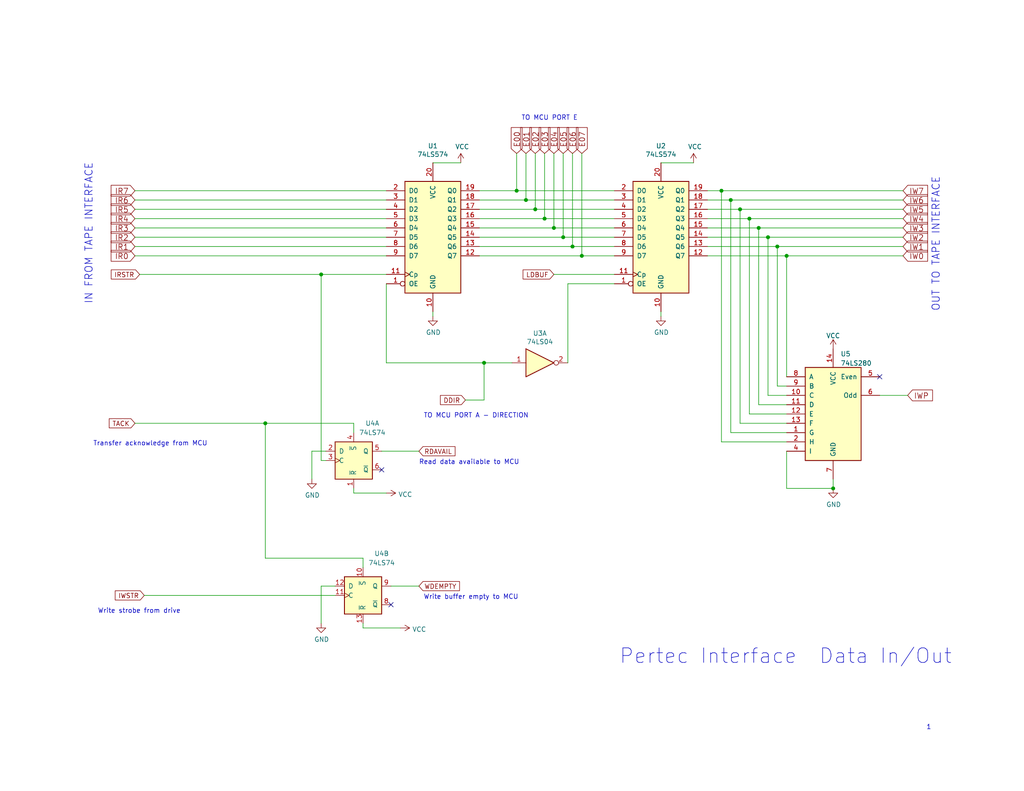
<source format=kicad_sch>
(kicad_sch (version 20211123) (generator eeschema)
  (paper "A")
  (title_block (title "Pertec Controller - Data transfer") (date "2022-10-12") (rev "0.2"))
  (lib_symbols
    (symbol "74xx:74LS04"
      (property "Reference" "U" (at 0 1.27 0))
      (property "Value" "74LS04" (at 0 -1.27 0))
      (symbol "74LS04_1_0"
        (polyline (pts (xy -3.81 3.81) (xy -3.81 -3.81) (xy 3.81 0) (xy -3.81 3.81)) (stroke (width 0.254)) (fill (type background)))
        (pin input line (at -7.62 0 0) (length 3.81) (name "~") (number "1"))
        (pin output inverted (at 7.62 0 180) (length 3.81) (name "~") (number "2"))
      )
      (symbol "74LS04_2_0"
        (polyline (pts (xy -3.81 3.81) (xy -3.81 -3.81) (xy 3.81 0) (xy -3.81 3.81)) (stroke (width 0.254)) (fill (type background)))
        (pin input line (at -7.62 0 0) (length 3.81) (name "~") (number "3"))
        (pin output inverted (at 7.62 0 180) (length 3.81) (name "~") (number "4"))
      )
      (symbol "74LS04_3_0"
        (polyline (pts (xy -3.81 3.81) (xy -3.81 -3.81) (xy 3.81 0) (xy -3.81 3.81)) (stroke (width 0.254)) (fill (type background)))
        (pin input line (at -7.62 0 0) (length 3.81) (name "~") (number "5"))
        (pin output inverted (at 7.62 0 180) (length 3.81) (name "~") (number "6"))
      )
      (symbol "74LS04_4_0"
        (polyline (pts (xy -3.81 3.81) (xy -3.81 -3.81) (xy 3.81 0) (xy -3.81 3.81)) (stroke (width 0.254)) (fill (type background)))
        (pin output inverted (at 7.62 0 180) (length 3.81) (name "~") (number "8"))
        (pin input line (at -7.62 0 0) (length 3.81) (name "~") (number "9"))
      )
      (symbol "74LS04_5_0"
        (polyline (pts (xy -3.81 3.81) (xy -3.81 -3.81) (xy 3.81 0) (xy -3.81 3.81)) (stroke (width 0.254)) (fill (type background)))
        (pin output inverted (at 7.62 0 180) (length 3.81) (name "~") (number "10"))
        (pin input line (at -7.62 0 0) (length 3.81) (name "~") (number "11"))
      )
      (symbol "74LS04_6_0"
        (polyline (pts (xy -3.81 3.81) (xy -3.81 -3.81) (xy 3.81 0) (xy -3.81 3.81)) (stroke (width 0.254)) (fill (type background)))
        (pin output inverted (at 7.62 0 180) (length 3.81) (name "~") (number "12"))
        (pin input line (at -7.62 0 0) (length 3.81) (name "~") (number "13"))
      )
      (symbol "74LS04_7_0"
        (pin power_in line (at 0 12.7 270) (length 5.08) (name "VCC") (number "14"))
        (pin power_in line (at 0 -12.7 90) (length 5.08) (name "GND") (number "7"))
      )
      (symbol "74LS04_7_1"
        (rectangle (start -5.08 7.62) (end 5.08 -7.62) (stroke (width 0.254)) (fill (type background)))
      )
    )
    (symbol "74xx:74LS280" (pin_names (offset 1.016))
      (property "Reference" "U" (at -7.62 13.97 0))
      (property "Value" "74LS280" (at -7.62 -13.97 0))
      (symbol "74LS280_1_0"
        (pin input line (at -12.7 -5.08 0) (length 5.08) (name "G") (number "1"))
        (pin input line (at -12.7 5.08 0) (length 5.08) (name "C") (number "10"))
        (pin input line (at -12.7 2.54 0) (length 5.08) (name "D") (number "11"))
        (pin input line (at -12.7 0 0) (length 5.08) (name "E") (number "12"))
        (pin input line (at -12.7 -2.54 0) (length 5.08) (name "F") (number "13"))
        (pin power_in line (at 0 17.78 270) (length 5.08) (name "VCC") (number "14"))
        (pin input line (at -12.7 -7.62 0) (length 5.08) (name "H") (number "2"))
        (pin input line (at -12.7 -10.16 0) (length 5.08) (name "I") (number "4"))
        (pin output line (at 12.7 10.16 180) (length 5.08) (name "Even") (number "5"))
        (pin output line (at 12.7 5.08 180) (length 5.08) (name "Odd") (number "6"))
        (pin power_in line (at 0 -17.78 90) (length 5.08) (name "GND") (number "7"))
        (pin input line (at -12.7 10.16 0) (length 5.08) (name "A") (number "8"))
        (pin input line (at -12.7 7.62 0) (length 5.08) (name "B") (number "9"))
      )
      (symbol "74LS280_1_1"
        (rectangle (start -7.62 12.7) (end 7.62 -12.7) (stroke (width 0.254)) (fill (type background)))
        (pin no_connect line (at 7.62 0 180) (length 2.54) hide (name "NC") (number "3"))
      )
    )
    (symbol "74xx:74LS574" (pin_names (offset 1.016))
      (property "Reference" "U" (at -7.62 16.51 0))
      (property "Value" "74LS574" (at -7.62 -16.51 0))
      (symbol "74LS574_1_0"
        (pin input inverted (at -12.7 -12.7 0) (length 5.08) (name "OE") (number "1"))
        (pin power_in line (at 0 -20.32 90) (length 5.08) (name "GND") (number "10"))
        (pin input clock (at -12.7 -10.16 0) (length 5.08) (name "Cp") (number "11"))
        (pin tri_state line (at 12.7 -5.08 180) (length 5.08) (name "Q7") (number "12"))
        (pin tri_state line (at 12.7 -2.54 180) (length 5.08) (name "Q6") (number "13"))
        (pin tri_state line (at 12.7 0 180) (length 5.08) (name "Q5") (number "14"))
        (pin tri_state line (at 12.7 2.54 180) (length 5.08) (name "Q4") (number "15"))
        (pin tri_state line (at 12.7 5.08 180) (length 5.08) (name "Q3") (number "16"))
        (pin tri_state line (at 12.7 7.62 180) (length 5.08) (name "Q2") (number "17"))
        (pin tri_state line (at 12.7 10.16 180) (length 5.08) (name "Q1") (number "18"))
        (pin tri_state line (at 12.7 12.7 180) (length 5.08) (name "Q0") (number "19"))
        (pin input line (at -12.7 12.7 0) (length 5.08) (name "D0") (number "2"))
        (pin power_in line (at 0 20.32 270) (length 5.08) (name "VCC") (number "20"))
        (pin input line (at -12.7 10.16 0) (length 5.08) (name "D1") (number "3"))
        (pin input line (at -12.7 7.62 0) (length 5.08) (name "D2") (number "4"))
        (pin input line (at -12.7 5.08 0) (length 5.08) (name "D3") (number "5"))
        (pin input line (at -12.7 2.54 0) (length 5.08) (name "D4") (number "6"))
        (pin input line (at -12.7 0 0) (length 5.08) (name "D5") (number "7"))
        (pin input line (at -12.7 -2.54 0) (length 5.08) (name "D6") (number "8"))
        (pin input line (at -12.7 -5.08 0) (length 5.08) (name "D7") (number "9"))
      )
      (symbol "74LS574_1_1"
        (rectangle (start -7.62 15.24) (end 7.62 -15.24) (stroke (width 0.254)) (fill (type background)))
      )
    )
    (symbol "74xx:74LS74" (pin_names (offset 1.016))
      (property "Reference" "U" (at -7.62 8.89 0))
      (property "Value" "74LS74" (at -7.62 -8.89 0))
      (symbol "74LS74_1_0"
        (pin input line (at 0 -7.62 90) (length 2.54) (name "~{R}") (number "1"))
        (pin input line (at -7.62 2.54 0) (length 2.54) (name "D") (number "2"))
        (pin input clock (at -7.62 0 0) (length 2.54) (name "C") (number "3"))
        (pin input line (at 0 7.62 270) (length 2.54) (name "~{S}") (number "4"))
        (pin output line (at 7.62 2.54 180) (length 2.54) (name "Q") (number "5"))
        (pin output line (at 7.62 -2.54 180) (length 2.54) (name "~{Q}") (number "6"))
      )
      (symbol "74LS74_1_1"
        (rectangle (start -5.08 5.08) (end 5.08 -5.08) (stroke (width 0.254)) (fill (type background)))
      )
      (symbol "74LS74_2_0"
        (pin input line (at 0 7.62 270) (length 2.54) (name "~{S}") (number "10"))
        (pin input clock (at -7.62 0 0) (length 2.54) (name "C") (number "11"))
        (pin input line (at -7.62 2.54 0) (length 2.54) (name "D") (number "12"))
        (pin input line (at 0 -7.62 90) (length 2.54) (name "~{R}") (number "13"))
        (pin output line (at 7.62 -2.54 180) (length 2.54) (name "~{Q}") (number "8"))
        (pin output line (at 7.62 2.54 180) (length 2.54) (name "Q") (number "9"))
      )
      (symbol "74LS74_2_1"
        (rectangle (start -5.08 5.08) (end 5.08 -5.08) (stroke (width 0.254)) (fill (type background)))
      )
      (symbol "74LS74_3_0"
        (pin power_in line (at 0 10.16 270) (length 2.54) (name "VCC") (number "14"))
        (pin power_in line (at 0 -10.16 90) (length 2.54) (name "GND") (number "7"))
      )
      (symbol "74LS74_3_1"
        (rectangle (start -5.08 7.62) (end 5.08 -7.62) (stroke (width 0.254)) (fill (type background)))
      )
    )
    (symbol "power:GND" (power) (pin_names (offset 0))
      (property "Value" "GND" (at 0 -3.81 0))
      (symbol "GND_0_1"
        (polyline (pts (xy 0 0) (xy 0 -1.27) (xy 1.27 -1.27) (xy 0 -2.54) (xy -1.27 -1.27) (xy 0 -1.27)))
      )
      (symbol "GND_1_1"
        (pin power_in line (at 0 0 270) (length 0) hide (name "GND") (number "1"))
      )
    )
    (symbol "power:VCC" (power) (pin_names (offset 0))
      (property "Value" "VCC" (at 0 3.81 0))
      (symbol "VCC_0_1"
        (polyline (pts (xy -0.762 1.27) (xy 0 2.54)))
        (polyline (pts (xy 0 0) (xy 0 2.54)))
        (polyline (pts (xy 0 2.54) (xy 0.762 1.27)))
      )
      (symbol "VCC_1_1"
        (pin power_in line (at 0 0 90) (length 0) hide (name "VCC") (number "1"))
      )
    )
  )
  (junction (at 204.47 59.69))
  (junction (at 72.39 115.57))
  (junction (at 143.51 54.61))
  (junction (at 146.05 57.15))
  (junction (at 87.63 74.93))
  (junction (at 151.13 62.23))
  (junction (at 140.97 52.07))
  (junction (at 199.39 54.61))
  (junction (at 153.67 64.77))
  (junction (at 196.85 52.07))
  (junction (at 227.33 133.35))
  (junction (at 214.63 69.85))
  (junction (at 132.08 99.06))
  (junction (at 156.21 67.31))
  (junction (at 201.93 57.15))
  (junction (at 148.59 59.69))
  (junction (at 212.09 67.31))
  (junction (at 209.55 64.77))
  (junction (at 158.75 69.85))
  (junction (at 207.01 62.23))
  (no_connect (at 104.14 128.27))
  (no_connect (at 240.03 102.87))
  (no_connect (at 106.68 165.1))
  (wire (pts (xy 196.85 120.65) (xy 196.85 52.07)))
  (wire (pts (xy 72.39 115.57) (xy 96.52 115.57)))
  (wire (pts (xy 209.55 64.77) (xy 246.38 64.77)))
  (wire (pts (xy 148.59 41.91) (xy 148.59 59.69)))
  (wire (pts (xy 193.04 69.85) (xy 214.63 69.85)))
  (wire (pts (xy 193.04 57.15) (xy 201.93 57.15)))
  (wire (pts (xy 104.14 123.19) (xy 114.3 123.19)))
  (wire (pts (xy 85.09 123.19) (xy 85.09 130.81)))
  (wire (pts (xy 146.05 57.15) (xy 167.64 57.15)))
  (wire (pts (xy 158.75 41.91) (xy 158.75 69.85)))
  (wire (pts (xy 214.63 102.87) (xy 214.63 69.85)))
  (wire (pts (xy 118.11 44.45) (xy 125.73 44.45)))
  (wire (pts (xy 209.55 107.95) (xy 209.55 64.77)))
  (wire (pts (xy 227.33 130.81) (xy 227.33 133.35)))
  (wire (pts (xy 193.04 67.31) (xy 212.09 67.31)))
  (wire (pts (xy 214.63 105.41) (xy 212.09 105.41)))
  (wire (pts (xy 151.13 62.23) (xy 167.64 62.23)))
  (wire (pts (xy 156.21 41.91) (xy 156.21 67.31)))
  (wire (pts (xy 36.83 54.61) (xy 105.41 54.61)))
  (wire (pts (xy 180.34 85.09) (xy 180.34 86.36)))
  (wire (pts (xy 36.83 62.23) (xy 105.41 62.23)))
  (wire (pts (xy 204.47 59.69) (xy 246.38 59.69)))
  (wire (pts (xy 96.52 134.62) (xy 105.41 134.62)))
  (wire (pts (xy 151.13 74.93) (xy 167.64 74.93)))
  (wire (pts (xy 153.67 64.77) (xy 167.64 64.77)))
  (wire (pts (xy 130.81 57.15) (xy 146.05 57.15)))
  (wire (pts (xy 130.81 59.69) (xy 148.59 59.69)))
  (wire (pts (xy 193.04 54.61) (xy 199.39 54.61)))
  (wire (pts (xy 36.83 69.85) (xy 105.41 69.85)))
  (wire (pts (xy 207.01 62.23) (xy 246.38 62.23)))
  (wire (pts (xy 214.63 123.19) (xy 214.63 133.35)))
  (wire (pts (xy 214.63 118.11) (xy 199.39 118.11)))
  (wire (pts (xy 214.63 120.65) (xy 196.85 120.65)))
  (wire (pts (xy 214.63 110.49) (xy 207.01 110.49)))
  (wire (pts (xy 214.63 133.35) (xy 227.33 133.35)))
  (wire (pts (xy 105.41 99.06) (xy 132.08 99.06)))
  (wire (pts (xy 96.52 118.11) (xy 96.52 115.57)))
  (wire (pts (xy 193.04 62.23) (xy 207.01 62.23)))
  (wire (pts (xy 130.81 52.07) (xy 140.97 52.07)))
  (wire (pts (xy 36.83 115.57) (xy 72.39 115.57)))
  (wire (pts (xy 87.63 74.93) (xy 87.63 125.73)))
  (wire (pts (xy 130.81 69.85) (xy 158.75 69.85)))
  (wire (pts (xy 140.97 52.07) (xy 167.64 52.07)))
  (wire (pts (xy 72.39 152.4) (xy 99.06 152.4)))
  (wire (pts (xy 132.08 109.22) (xy 127 109.22)))
  (wire (pts (xy 36.83 67.31) (xy 105.41 67.31)))
  (wire (pts (xy 36.83 52.07) (xy 105.41 52.07)))
  (wire (pts (xy 193.04 52.07) (xy 196.85 52.07)))
  (wire (pts (xy 214.63 69.85) (xy 246.38 69.85)))
  (wire (pts (xy 143.51 54.61) (xy 167.64 54.61)))
  (wire (pts (xy 130.81 62.23) (xy 151.13 62.23)))
  (wire (pts (xy 106.68 160.02) (xy 114.3 160.02)))
  (wire (pts (xy 88.9 123.19) (xy 85.09 123.19)))
  (wire (pts (xy 199.39 118.11) (xy 199.39 54.61)))
  (wire (pts (xy 132.08 99.06) (xy 132.08 109.22)))
  (wire (pts (xy 99.06 170.18) (xy 99.06 171.45)))
  (wire (pts (xy 99.06 152.4) (xy 99.06 154.94)))
  (wire (pts (xy 130.81 64.77) (xy 153.67 64.77)))
  (wire (pts (xy 214.63 113.03) (xy 204.47 113.03)))
  (wire (pts (xy 199.39 54.61) (xy 246.38 54.61)))
  (wire (pts (xy 99.06 171.45) (xy 109.22 171.45)))
  (wire (pts (xy 196.85 52.07) (xy 246.38 52.07)))
  (wire (pts (xy 204.47 113.03) (xy 204.47 59.69)))
  (wire (pts (xy 158.75 69.85) (xy 167.64 69.85)))
  (wire (pts (xy 96.52 133.35) (xy 96.52 134.62)))
  (wire (pts (xy 87.63 160.02) (xy 87.63 170.18)))
  (wire (pts (xy 193.04 64.77) (xy 209.55 64.77)))
  (wire (pts (xy 39.37 162.56) (xy 91.44 162.56)))
  (wire (pts (xy 130.81 54.61) (xy 143.51 54.61)))
  (wire (pts (xy 201.93 115.57) (xy 201.93 57.15)))
  (wire (pts (xy 212.09 105.41) (xy 212.09 67.31)))
  (wire (pts (xy 87.63 74.93) (xy 105.41 74.93)))
  (wire (pts (xy 88.9 125.73) (xy 87.63 125.73)))
  (wire (pts (xy 143.51 41.91) (xy 143.51 54.61)))
  (wire (pts (xy 91.44 160.02) (xy 87.63 160.02)))
  (wire (pts (xy 247.65 107.95) (xy 240.03 107.95)))
  (wire (pts (xy 156.21 67.31) (xy 167.64 67.31)))
  (wire (pts (xy 36.83 64.77) (xy 105.41 64.77)))
  (wire (pts (xy 36.83 57.15) (xy 105.41 57.15)))
  (wire (pts (xy 154.94 77.47) (xy 154.94 99.06)))
  (wire (pts (xy 214.63 107.95) (xy 209.55 107.95)))
  (wire (pts (xy 38.1 74.93) (xy 87.63 74.93)))
  (wire (pts (xy 180.34 44.45) (xy 189.23 44.45)))
  (wire (pts (xy 214.63 115.57) (xy 201.93 115.57)))
  (wire (pts (xy 207.01 110.49) (xy 207.01 62.23)))
  (wire (pts (xy 105.41 77.47) (xy 105.41 99.06)))
  (wire (pts (xy 167.64 77.47) (xy 154.94 77.47)))
  (wire (pts (xy 132.08 99.06) (xy 139.7 99.06)))
  (wire (pts (xy 146.05 41.91) (xy 146.05 57.15)))
  (wire (pts (xy 193.04 59.69) (xy 204.47 59.69)))
  (wire (pts (xy 201.93 57.15) (xy 246.38 57.15)))
  (wire (pts (xy 153.67 41.91) (xy 153.67 64.77)))
  (wire (pts (xy 151.13 41.91) (xy 151.13 62.23)))
  (wire (pts (xy 36.83 59.69) (xy 105.41 59.69)))
  (wire (pts (xy 212.09 67.31) (xy 246.38 67.31)))
  (wire (pts (xy 148.59 59.69) (xy 167.64 59.69)))
  (wire (pts (xy 72.39 115.57) (xy 72.39 152.4)))
  (wire (pts (xy 140.97 41.91) (xy 140.97 52.07)))
  (wire (pts (xy 130.81 67.31) (xy 156.21 67.31)))
  (wire (pts (xy 118.11 85.09) (xy 118.11 86.36)))
  (text "Write buffer empty to MCU" (at 115.57 163.83 0) (effects (font (size 1.27 1.27)) (justify left bottom)))
  (text "TO MCU PORT E" (at 142.24 33.02 0) (effects (font (size 1.27 1.27)) (justify left bottom)))
  (text "Transfer acknowledge from MCU" (at 25.4 121.92 0) (effects (font (size 1.27 1.27)) (justify left bottom)))
  (text "OUT TO TAPE INTERFACE" (at 256.54 48.26 270) (effects (font (size 2.0066 2.0066)) (justify right bottom)))
  (text "Write strobe from drive" (at 26.67 167.64 0) (effects (font (size 1.27 1.27)) (justify left bottom)))
  (text "Read data available to MCU" (at 114.3 127 0) (effects (font (size 1.27 1.27)) (justify left bottom)))
  (text "1" (at 252.73 199.39 0) (effects (font (size 1.27 1.27)) (justify left bottom)))
  (text "Pertec Interface  Data In/Out" (at 168.91 181.61 0) (effects (font (size 3.9878 3.9878)) (justify left bottom)))
  (text "IN FROM TAPE INTERFACE" (at 25.4 44.45 270) (effects (font (size 2.0066 2.0066)) (justify right bottom)))
  (text "TO MCU PORT A - DIRECTION" (at 115.57 114.3 0) (effects (font (size 1.27 1.27)) (justify left bottom)))
  (global_label "IWSTR" (shape input) (at 39.37 162.56 180) (property "Intersheet References" "${INTERSHEET_REFS}" (effects hide)))
  (global_label "LDBUF" (shape input) (at 151.13 74.93 180) (property "Intersheet References" "${INTERSHEET_REFS}" (effects hide)))
  (global_label "IRSTR" (shape input) (at 38.1 74.93 180) (property "Intersheet References" "${INTERSHEET_REFS}" (effects hide)))
  (global_label "TACK" (shape input) (at 36.83 115.57 180) (property "Intersheet References" "${INTERSHEET_REFS}" (effects hide)))
  (global_label "IW1" (shape input) (at 246.38 67.31 0) (effects (font (size 1.4986 1.4986))) (property "Intersheet References" "${INTERSHEET_REFS}" (effects hide)))
  (global_label "IWP" (shape input) (at 247.65 107.95 0) (effects (font (size 1.4986 1.4986))) (property "Intersheet References" "${INTERSHEET_REFS}" (effects hide)))
  (global_label "E06" (shape input) (at 156.21 41.91 90) (effects (font (size 1.4986 1.4986))) (property "Intersheet References" "${INTERSHEET_REFS}" (effects hide)))
  (global_label "WDEMPTY" (shape input) (at 114.3 160.02 0) (property "Intersheet References" "${INTERSHEET_REFS}" (effects hide)))
  (global_label "IR0" (shape input) (at 36.83 69.85 180) (effects (font (size 1.4986 1.4986))) (property "Intersheet References" "${INTERSHEET_REFS}" (effects hide)))
  (global_label "IR5" (shape input) (at 36.83 57.15 180) (effects (font (size 1.4986 1.4986))) (property "Intersheet References" "${INTERSHEET_REFS}" (effects hide)))
  (global_label "RDAVAIL" (shape input) (at 114.3 123.19 0) (property "Intersheet References" "${INTERSHEET_REFS}" (effects hide)))
  (global_label "E01" (shape input) (at 143.51 41.91 90) (effects (font (size 1.4986 1.4986))) (property "Intersheet References" "${INTERSHEET_REFS}" (effects hide)))
  (global_label "E04" (shape input) (at 151.13 41.91 90) (effects (font (size 1.4986 1.4986))) (property "Intersheet References" "${INTERSHEET_REFS}" (effects hide)))
  (global_label "E03" (shape input) (at 148.59 41.91 90) (effects (font (size 1.4986 1.4986))) (property "Intersheet References" "${INTERSHEET_REFS}" (effects hide)))
  (global_label "IR4" (shape input) (at 36.83 59.69 180) (effects (font (size 1.4986 1.4986))) (property "Intersheet References" "${INTERSHEET_REFS}" (effects hide)))
  (global_label "DDIR" (shape input) (at 127 109.22 180) (property "Intersheet References" "${INTERSHEET_REFS}" (effects hide)))
  (global_label "E02" (shape input) (at 146.05 41.91 90) (effects (font (size 1.4986 1.4986))) (property "Intersheet References" "${INTERSHEET_REFS}" (effects hide)))
  (global_label "IW2" (shape input) (at 246.38 64.77 0) (effects (font (size 1.4986 1.4986))) (property "Intersheet References" "${INTERSHEET_REFS}" (effects hide)))
  (global_label "IW0" (shape input) (at 246.38 69.85 0) (effects (font (size 1.4986 1.4986))) (property "Intersheet References" "${INTERSHEET_REFS}" (effects hide)))
  (global_label "IW5" (shape input) (at 246.38 57.15 0) (effects (font (size 1.4986 1.4986))) (property "Intersheet References" "${INTERSHEET_REFS}" (effects hide)))
  (global_label "IW7" (shape input) (at 246.38 52.07 0) (effects (font (size 1.4986 1.4986))) (property "Intersheet References" "${INTERSHEET_REFS}" (effects hide)))
  (global_label "IR1" (shape input) (at 36.83 67.31 180) (effects (font (size 1.4986 1.4986))) (property "Intersheet References" "${INTERSHEET_REFS}" (effects hide)))
  (global_label "E05" (shape input) (at 153.67 41.91 90) (effects (font (size 1.4986 1.4986))) (property "Intersheet References" "${INTERSHEET_REFS}" (effects hide)))
  (global_label "IR6" (shape input) (at 36.83 54.61 180) (effects (font (size 1.4986 1.4986))) (property "Intersheet References" "${INTERSHEET_REFS}" (effects hide)))
  (global_label "IW4" (shape input) (at 246.38 59.69 0) (effects (font (size 1.4986 1.4986))) (property "Intersheet References" "${INTERSHEET_REFS}" (effects hide)))
  (global_label "IR3" (shape input) (at 36.83 62.23 180) (effects (font (size 1.4986 1.4986))) (property "Intersheet References" "${INTERSHEET_REFS}" (effects hide)))
  (global_label "E07" (shape input) (at 158.75 41.91 90) (effects (font (size 1.4986 1.4986))) (property "Intersheet References" "${INTERSHEET_REFS}" (effects hide)))
  (global_label "IW3" (shape input) (at 246.38 62.23 0) (effects (font (size 1.4986 1.4986))) (property "Intersheet References" "${INTERSHEET_REFS}" (effects hide)))
  (global_label "E00" (shape input) (at 140.97 41.91 90) (effects (font (size 1.4986 1.4986))) (property "Intersheet References" "${INTERSHEET_REFS}" (effects hide)))
  (global_label "IW6" (shape input) (at 246.38 54.61 0) (effects (font (size 1.4986 1.4986))) (property "Intersheet References" "${INTERSHEET_REFS}" (effects hide)))
  (global_label "IR2" (shape input) (at 36.83 64.77 180) (effects (font (size 1.4986 1.4986))) (property "Intersheet References" "${INTERSHEET_REFS}" (effects hide)))
  (global_label "IR7" (shape input) (at 36.83 52.07 180) (effects (font (size 1.4986 1.4986))) (property "Intersheet References" "${INTERSHEET_REFS}" (effects hide)))
  (symbol (lib_id "74xx:74LS04") (at 147.32 99.06 0) (unit 1)
    (property "Reference" "U3" (at 147.32 91.0082 0))
    (property "Value" "74LS04" (at 147.32 93.3196 0))
    (property "Footprint" "Package_DIP:DIP-14_W7.62mm" (effects hide))
    (property "Datasheet" "http://www.ti.com/lit/gpn/sn74LS04" (effects hide))
  )
  (symbol (lib_id "74xx:74LS574") (at 118.11 64.77 0) (unit 1)
    (property "Reference" "U1" (at 118.11 39.8526 0))
    (property "Value" "74LS574" (at 118.11 42.164 0))
    (property "Footprint" "Package_DIP:DIP-20_W7.62mm" (effects hide))
    (property "Datasheet" "http://www.ti.com/lit/gpn/sn74LS574" (effects hide))
  )
  (symbol (lib_id "74xx:74LS574") (at 180.34 64.77 0) (unit 1)
    (property "Reference" "U2" (at 180.34 39.8526 0))
    (property "Value" "74LS574" (at 180.34 42.164 0))
    (property "Footprint" "Package_DIP:DIP-20_W7.62mm" (effects hide))
    (property "Datasheet" "http://www.ti.com/lit/gpn/sn74LS574" (effects hide))
  )
  (symbol (lib_id "74xx:74LS74") (at 96.52 125.73 0) (unit 1)
    (property "Reference" "U4" (at 101.6 115.57 0))
    (property "Value" "74LS74" (at 101.6 118.11 0))
    (property "Footprint" "Package_DIP:DIP-14_W7.62mm" (effects hide))
    (property "Datasheet" "74xx/74hc_hct74.pdf" (effects hide))
  )
  (symbol (lib_id "power:GND") (at 85.09 130.81 0) (unit 1)
    (property "Reference" "#PWR0123" (effects hide))
    (property "Value" "GND" (at 85.217 135.2042 0))
  )
  (symbol (lib_id "power:VCC") (at 125.73 44.45 0) (unit 1)
    (property "Reference" "#PWR0121" (effects hide))
    (property "Value" "VCC" (at 126.111 40.0558 0))
  )
  (symbol (lib_id "power:VCC") (at 189.23 44.45 0) (unit 1)
    (property "Reference" "#PWR0122" (effects hide))
    (property "Value" "VCC" (at 189.611 40.0558 0))
  )
  (symbol (lib_id "74xx:74LS74") (at 99.06 162.56 0) (unit 2)
    (property "Reference" "U4" (at 104.14 151.13 0))
    (property "Value" "74LS74" (at 104.14 153.67 0))
    (property "Footprint" "Package_DIP:DIP-14_W7.62mm" (effects hide))
    (property "Datasheet" "74xx/74hc_hct74.pdf" (effects hide))
  )
  (symbol (lib_id "power:GND") (at 87.63 170.18 0) (unit 1)
    (property "Reference" "#PWR0124" (effects hide))
    (property "Value" "GND" (at 87.757 174.5742 0))
  )
  (symbol (lib_id "power:VCC") (at 105.41 134.62 270) (unit 1)
    (property "Reference" "#PWR0125" (effects hide))
    (property "Value" "VCC" (at 108.6612 135.001 90) (effects (justify left)))
  )
  (symbol (lib_id "power:VCC") (at 109.22 171.45 270) (unit 1)
    (property "Reference" "#PWR0126" (effects hide))
    (property "Value" "VCC" (at 112.4712 171.831 90) (effects (justify left)))
  )
  (symbol (lib_id "power:GND") (at 227.33 133.35 0) (unit 1)
    (property "Reference" "#PWR0127" (effects hide))
    (property "Value" "GND" (at 227.457 137.7442 0))
  )
  (symbol (lib_id "power:GND") (at 118.11 86.36 0) (unit 1)
    (property "Reference" "#PWR0128" (effects hide))
    (property "Value" "GND" (at 118.237 90.7542 0))
  )
  (symbol (lib_id "power:GND") (at 180.34 86.36 0) (unit 1)
    (property "Reference" "#PWR0129" (effects hide))
    (property "Value" "GND" (at 180.467 90.7542 0))
  )
  (symbol (lib_id "74xx:74LS280") (at 227.33 113.03 0) (unit 1)
    (property "Reference" "U5" (at 229.3494 96.6302 0) (effects (justify left)))
    (property "Value" "74LS280" (at 229.3494 99.1671 0) (effects (justify left)))
    (property "Datasheet" "http://www.ti.com/lit/gpn/sn74LS280" (effects hide))
  )
  (symbol (lib_id "power:VCC") (at 227.33 95.25 0) (unit 1)
    (property "Reference" "#PWR05" (effects hide))
    (property "Value" "VCC" (at 227.33 91.6742 0))
  )
)
</source>
